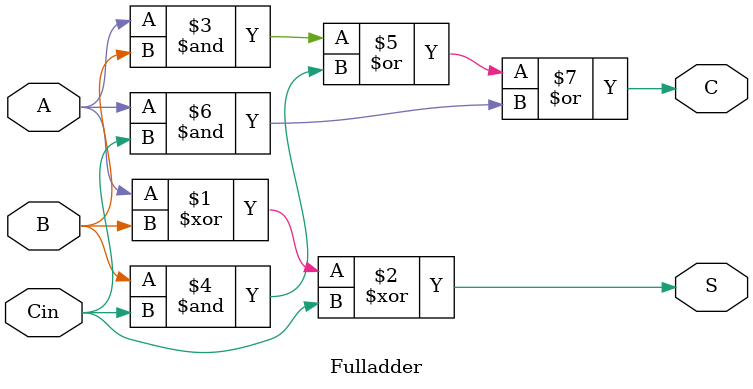
<source format=v>
`timescale 1ns / 1ps

module Fulladder(input A,input B,input Cin,output S,output C);
assign S=A^B^Cin;
assign C=A&B | B&Cin | A&Cin;
endmodule

</source>
